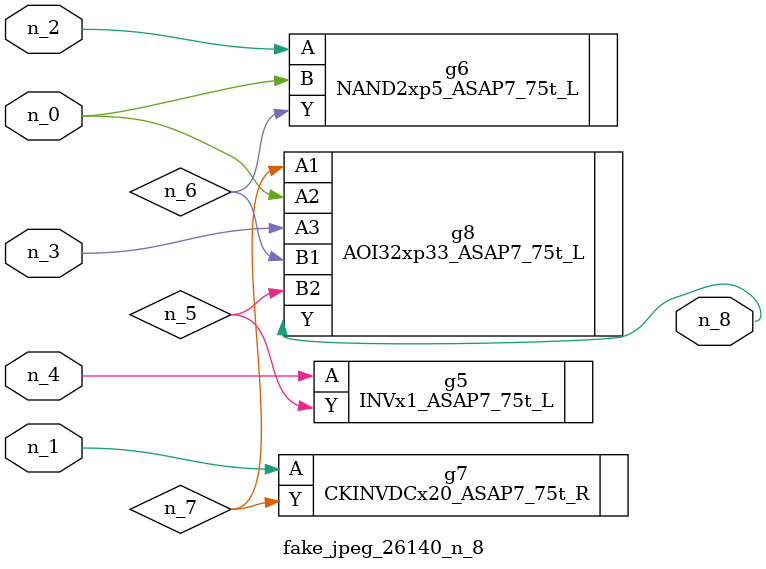
<source format=v>
module fake_jpeg_26140_n_8 (n_3, n_2, n_1, n_0, n_4, n_8);

input n_3;
input n_2;
input n_1;
input n_0;
input n_4;

output n_8;

wire n_6;
wire n_5;
wire n_7;

INVx1_ASAP7_75t_L g5 ( 
.A(n_4),
.Y(n_5)
);

NAND2xp5_ASAP7_75t_L g6 ( 
.A(n_2),
.B(n_0),
.Y(n_6)
);

CKINVDCx20_ASAP7_75t_R g7 ( 
.A(n_1),
.Y(n_7)
);

AOI32xp33_ASAP7_75t_L g8 ( 
.A1(n_7),
.A2(n_0),
.A3(n_3),
.B1(n_6),
.B2(n_5),
.Y(n_8)
);


endmodule
</source>
